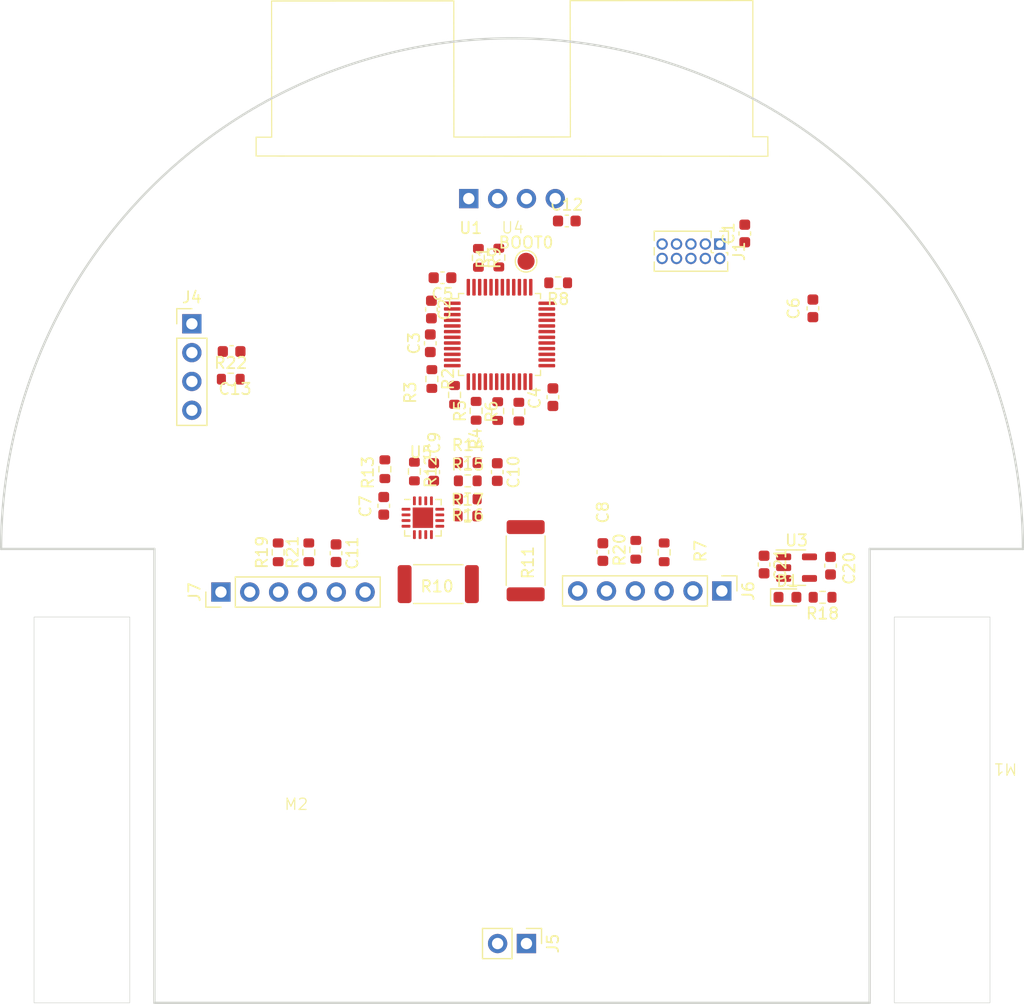
<source format=kicad_pcb>
(kicad_pcb (version 20221018) (generator pcbnew)
  (layers (0 "F.Cu" signal) (31 "B.Cu" signal) (34 "B.Paste" user) (35 "F.Paste" user) (36 "B.SilkS" user "B.Silkscreen") (37 "F.SilkS" user "F.Silkscreen") (38 "B.Mask" user) (39 "F.Mask" user) (44 "Edge.Cuts" user))
  (net 0 "")
  (net 1 "+3.3V")
  (net 2 "GND")
  (net 3 "+BATT")
  (net 4 "/motor_control/STBY\\RESET")
  (net 5 "/mcu/IN_B2")
  (net 6 "Net-(C10-Pad1)")
  (net 7 "/mcu/BOOT0")
  (net 8 "Net-(U1-PA2)")
  (net 9 "/mcu/TIM15_CH1")
  (net 10 "Net-(U1-PA3)")
  (net 11 "/mcu/TIM15_CH2")
  (net 12 "Net-(U1-PA4)")
  (net 13 "/mcu/OUT_A4")
  (net 14 "Net-(U1-PA5)")
  (net 15 "/mcu/OUT_A5")
  (net 16 "Net-(D1-A)")
  (net 17 "Net-(U1-PB0)")
  (net 18 "/mcu/OUT_B1")
  (net 19 "Net-(J4-Pin_3)")
  (net 20 "Net-(U1-PB6)")
  (net 21 "/mcu/OUT_B9")
  (net 22 "Net-(U1-PB9)")
  (net 23 "/mcu/TIM3_CH1")
  (net 24 "/mcu/TIM2_CH1")
  (net 25 "/mcu/TIM3_CH2")
  (net 26 "/mcu/TIM2_CH2")
  (net 27 "/mcu/TIM8_CH2")
  (net 28 "/external_uart/EXT_UART_RX")
  (net 34 "/mcu/~{RESET}")
  (net 46 "/mcu/SWDIO")
  (net 49 "/mcu/SWDCLK")
  (net 51 "/mcu/SWO")
  (net 56 "/motorA/MA")
  (net 57 "Net-(J6-Pin_3)")
  (net 58 "Net-(J6-Pin_4)")
  (net 59 "/motorA/MB")
  (net 60 "/motorB/MA")
  (net 61 "Net-(J7-Pin_3)")
  (net 62 "Net-(J7-Pin_4)")
  (net 63 "/motorB/MB")
  (net 64 "Net-(U5-SENSEA)")
  (net 65 "Net-(U5-SENSEB)")
  (net 66 "/motor_control/TOFF")
  (net 67 "/motor_control/REF")
  (net 68 "/external_uart/EXT_UART_TX")
  (footprint "Package_QFP:LQFP-48_7x7mm_P0.5mm" (layer "F.Cu") (at 148.9 81.1)
    (fp_text reference "U1" (at -2.54 -9.38) (layer "F.SilkS"))
    (fp_text value "STM32F030C8Tx")
    (fp_line (start -3.61 -3.61) (end -3.61 -3.16) (stroke (width 0.12)) (layer "F.SilkS"))
    (fp_line (start -3.61 -3.16) (end -4.9 -3.16) (stroke (width 0.12)) (layer "F.SilkS"))
    (fp_line (start -3.61 3.61) (end -3.61 3.16) (stroke (width 0.12)) (layer "F.SilkS"))
    (fp_line (start -3.16 -3.61) (end -3.61 -3.61) (stroke (width 0.12)) (layer "F.SilkS"))
    (fp_line (start -3.16 3.61) (end -3.61 3.61) (stroke (width 0.12)) (layer "F.SilkS"))
    (fp_line (start 3.16 -3.61) (end 3.61 -3.61) (stroke (width 0.12)) (layer "F.SilkS"))
    (fp_line (start 3.16 3.61) (end 3.61 3.61) (stroke (width 0.12)) (layer "F.SilkS"))
    (fp_line (start 3.61 -3.61) (end 3.61 -3.16) (stroke (width 0.12)) (layer "F.SilkS"))
    (fp_line (start 3.61 3.61) (end 3.61 3.16) (stroke (width 0.12)) (layer "F.SilkS"))
    (pad "1" smd roundrect (at -4.1625 -2.75) (size 1.475 0.3) (layers "F.Cu" "F.Paste" "F.Mask") (net 1 "+3.3V"))
    (pad "2" smd roundrect (at -4.1625 -2.25) (size 1.475 0.3) (layers "F.Cu" "F.Paste" "F.Mask"))
    (pad "3" smd roundrect (at -4.1625 -1.75) (size 1.475 0.3) (layers "F.Cu" "F.Paste" "F.Mask"))
    (pad "4" smd roundrect (at -4.1625 -1.25) (size 1.475 0.3) (layers "F.Cu" "F.Paste" "F.Mask"))
    (pad "5" smd roundrect (at -4.1625 -0.75) (size 1.475 0.3) (layers "F.Cu" "F.Paste" "F.Mask"))
    (pad "6" smd roundrect (at -4.1625 -0.25) (size 1.475 0.3) (layers "F.Cu" "F.Paste" "F.Mask"))
    (pad "7" smd roundrect (at -4.1625 0.25) (size 1.475 0.3) (layers "F.Cu" "F.Paste" "F.Mask") (net 34 "/mcu/~{RESET}"))
    (pad "8" smd roundrect (at -4.1625 0.75) (size 1.475 0.3) (layers "F.Cu" "F.Paste" "F.Mask") (net 2 "GND"))
    (pad "9" smd roundrect (at -4.1625 1.25) (size 1.475 0.3) (layers "F.Cu" "F.Paste" "F.Mask") (net 1 "+3.3V"))
    (pad "10" smd roundrect (at -4.1625 1.75) (size 1.475 0.3) (layers "F.Cu" "F.Paste" "F.Mask") (net 24 "/mcu/TIM2_CH1"))
    (pad "11" smd roundrect (at -4.1625 2.25) (size 1.475 0.3) (layers "F.Cu" "F.Paste" "F.Mask") (net 26 "/mcu/TIM2_CH2"))
    (pad "12" smd roundrect (at -4.1625 2.75) (size 1.475 0.3) (layers "F.Cu" "F.Paste" "F.Mask") (net 8 "Net-(U1-PA2)"))
    (pad "13" smd roundrect (at -2.75 4.1625) (size 0.3 1.475) (layers "F.Cu" "F.Paste" "F.Mask") (net 10 "Net-(U1-PA3)"))
    (pad "14" smd roundrect (at -2.25 4.1625) (size 0.3 1.475) (layers "F.Cu" "F.Paste" "F.Mask") (net 12 "Net-(U1-PA4)"))
    (pad "15" smd roundrect (at -1.75 4.1625) (size 0.3 1.475) (layers "F.Cu" "F.Paste" "F.Mask") (net 14 "Net-(U1-PA5)"))
    (pad "16" smd roundrect (at -1.25 4.1625) (size 0.3 1.475) (layers "F.Cu" "F.Paste" "F.Mask") (net 23 "/mcu/TIM3_CH1"))
    (pad "17" smd roundrect (at -0.75 4.1625) (size 0.3 1.475) (layers "F.Cu" "F.Paste" "F.Mask") (net 25 "/mcu/TIM3_CH2"))
    (pad "18" smd roundrect (at -0.25 4.1625) (size 0.3 1.475) (layers "F.Cu" "F.Paste" "F.Mask") (net 17 "Net-(U1-PB0)"))
    (pad "19" smd roundrect (at 0.25 4.1625) (size 0.3 1.475) (layers "F.Cu" "F.Paste" "F.Mask") (net 18 "/mcu/OUT_B1"))
    (pad "20" smd roundrect (at 0.75 4.1625) (size 0.3 1.475) (layers "F.Cu" "F.Paste" "F.Mask") (net 5 "/mcu/IN_B2"))
    (pad "21" smd roundrect (at 1.25 4.1625) (size 0.3 1.475) (layers "F.Cu" "F.Paste" "F.Mask"))
    (pad "22" smd roundrect (at 1.75 4.1625) (size 0.3 1.475) (layers "F.Cu" "F.Paste" "F.Mask"))
    (pad "23" smd roundrect (at 2.25 4.1625) (size 0.3 1.475) (layers "F.Cu" "F.Paste" "F.Mask") (net 2 "GND"))
    (pad "24" smd roundrect (at 2.75 4.1625) (size 0.3 1.475) (layers "F.Cu" "F.Paste" "F.Mask") (net 1 "+3.3V"))
    (pad "25" smd roundrect (at 4.1625 2.75) (size 1.475 0.3) (layers "F.Cu" "F.Paste" "F.Mask"))
    (pad "26" smd roundrect (at 4.1625 2.25) (size 1.475 0.3) (layers "F.Cu" "F.Paste" "F.Mask"))
    (pad "27" smd roundrect (at 4.1625 1.75) (size 1.475 0.3) (layers "F.Cu" "F.Paste" "F.Mask"))
    (pad "28" smd roundrect (at 4.1625 1.25) (size 1.475 0.3) (layers "F.Cu" "F.Paste" "F.Mask"))
    (pad "29" smd roundrect (at 4.1625 0.75) (size 1.475 0.3) (layers "F.Cu" "F.Paste" "F.Mask"))
    (pad "30" smd roundrect (at 4.1625 0.25) (size 1.475 0.3) (layers "F.Cu" "F.Paste" "F.Mask"))
    (pad "31" smd roundrect (at 4.1625 -0.25) (size 1.475 0.3) (layers "F.Cu" "F.Paste" "F.Mask"))
    (pad "32" smd roundrect (at 4.1625 -0.75) (size 1.475 0.3) (layers "F.Cu" "F.Paste" "F.Mask"))
    (pad "33" smd roundrect (at 4.1625 -1.25) (size 1.475 0.3) (layers "F.Cu" "F.Paste" "F.Mask"))
    (pad "34" smd roundrect (at 4.1625 -1.75) (size 1.475 0.3) (layers "F.Cu" "F.Paste" "F.Mask") (net 46 "/mcu/SWDIO"))
    (pad "35" smd roundrect (at 4.1625 -2.25) (size 1.475 0.3) (layers "F.Cu" "F.Paste" "F.Mask"))
    (pad "36" smd roundrect (at 4.1625 -2.75) (size 1.475 0.3) (layers "F.Cu" "F.Paste" "F.Mask"))
    (pad "37" smd roundrect (at 2.75 -4.1625) (size 0.3 1.475) (layers "F.Cu" "F.Paste" "F.Mask") (net 49 "/mcu/SWDCLK"))
    (pad "38" smd roundrect (at 2.25 -4.1625) (size 0.3 1.475) (layers "F.Cu" "F.Paste" "F.Mask"))
    (pad "39" smd roundrect (at 1.75 -4.1625) (size 0.3 1.475) (layers "F.Cu" "F.Paste" "F.Mask") (net 51 "/mcu/SWO"))
    (pad "40" smd roundrect (at 1.25 -4.1625) (size 0.3 1.475) (layers "F.Cu" "F.Paste" "F.Mask"))
    (pad "41" smd roundrect (at 0.75 -4.1625) (size 0.3 1.475) (layers "F.Cu" "F.Paste" "F.Mask"))
    (pad "42" smd roundrect (at 0.25 -4.1625) (size 0.3 1.475) (layers "F.Cu" "F.Paste" "F.Mask") (net 20 "Net-(U1-PB6)"))
    (pad "43" smd roundrect (at -0.25 -4.1625) (size 0.3 1.475) (layers "F.Cu" "F.Paste" "F.Mask") (net 68 "/external_uart/EXT_UART_TX"))
    (pad "44" smd roundrect (at -0.75 -4.1625) (size 0.3 1.475) (layers "F.Cu" "F.Paste" "F.Mask") (net 7 "/mcu/BOOT0"))
    (pad "45" smd roundrect (at -1.25 -4.1625) (size 0.3 1.475) (layers "F.Cu" "F.Paste" "F.Mask") (net 27 "/mcu/TIM8_CH2"))
    (pad "46" smd roundrect (at -1.75 -4.1625) (size 0.3 1.475) (layers "F.Cu" "F.Paste" "F.Mask") (net 22 "Net-(U1-PB9)"))
    (pad "47" smd roundrect (at -2.25 -4.1625) (size 0.3 1.475) (layers "F.Cu" "F.Paste" "F.Mask") (net 2 "GND"))
    (pad "48" smd roundrect (at -2.75 -4.1625) (size 0.3 1.475) (layers "F.Cu" "F.Paste" "F.Mask") (net 1 "+3.3V"))
  )
  (footprint "Resistor_SMD:R_0603_1608Metric" (layer "F.Cu") (at 146.1 92.4)
    (fp_text reference "R14" (at 0.05 -1.55) (layer "F.SilkS"))
    (fp_text value "1k")
    (fp_line (start -0.237258 -0.5225) (end 0.237258 -0.5225) (stroke (width 0.12)) (layer "F.SilkS"))
    (fp_line (start -0.237258 0.5225) (end 0.237258 0.5225) (stroke (width 0.12)) (layer "F.SilkS"))
    (pad "1" smd roundrect (at -0.825 0) (size 0.8 0.95) (layers "F.Cu" "F.Paste" "F.Mask") (net 66 "/motor_control/TOFF"))
    (pad "2" smd roundrect (at 0.825 0) (size 0.8 0.95) (layers "F.Cu" "F.Paste" "F.Mask") (net 6 "Net-(C10-Pad1)"))
  )
  (footprint "Resistor_SMD:R_0603_1608Metric" (layer "F.Cu") (at 148.8375 74.325 90)
    (fp_text reference "R1" (at 0 -1.43 90) (layer "F.SilkS"))
    (fp_text value "10k")
    (fp_line (start -0.237258 -0.5225) (end 0.237258 -0.5225) (stroke (width 0.12)) (layer "F.SilkS"))
    (fp_line (start -0.237258 0.5225) (end 0.237258 0.5225) (stroke (width 0.12)) (layer "F.SilkS"))
    (pad "1" smd roundrect (at -0.825 0 90) (size 0.8 0.95) (layers "F.Cu" "F.Paste" "F.Mask") (net 7 "/mcu/BOOT0"))
    (pad "2" smd roundrect (at 0.825 0 90) (size 0.8 0.95) (layers "F.Cu" "F.Paste" "F.Mask") (net 2 "GND"))
  )
  (footprint "minimouse:N20_with_encoder" (layer "F.Cu") (at 131 123)
    (fp_text reference "M2" (at 0 -0.5 unlocked) (layer "F.SilkS") (effects (font (thickness 0.1))))
    (fp_text value "N20_encoder")
    (fp_rect (start -23.1 -17) (end -14.67 17) (stroke (width 0.05)) (fill none) (layer "Edge.Cuts"))
    (pad "" np_thru_hole circle locked (at 0 -9) (size 1 1) (drill 2.2) (layers "F&B.Cu" "*.Mask"))
    (pad "" np_thru_hole circle locked (at 0 9) (size 1 1) (drill 2.2) (layers "F&B.Cu" "*.Mask"))
  )
  (footprint "Capacitor_SMD:C_0603_1608Metric" (layer "F.Cu") (at 178.0525 101.475 -90)
    (fp_text reference "C20" (at 0.225 -1.6475 90) (layer "F.SilkS"))
    (fp_text value "2.2uF" hide)
    (fp_line (start -0.14058 -0.51) (end 0.14058 -0.51) (stroke (width 0.12)) (layer "F.SilkS"))
    (fp_line (start -0.14058 0.51) (end 0.14058 0.51) (stroke (width 0.12)) (layer "F.SilkS"))
    (pad "1" smd roundrect (at -0.775 0 270) (size 0.9 0.95) (layers "F.Cu" "F.Paste" "F.Mask") (net 1 "+3.3V"))
    (pad "2" smd roundrect (at 0.775 0 270) (size 0.9 0.95) (layers "F.Cu" "F.Paste" "F.Mask") (net 2 "GND"))
  )
  (footprint "Resistor_SMD:R_0603_1608Metric" (layer "F.Cu") (at 138.8 92.975 -90)
    (fp_text reference "R13" (at 0.3 1.5 90) (layer "F.SilkS"))
    (fp_text value "18k")
    (fp_line (start -0.237258 -0.5225) (end 0.237258 -0.5225) (stroke (width 0.12)) (layer "F.SilkS"))
    (fp_line (start -0.237258 0.5225) (end 0.237258 0.5225) (stroke (width 0.12)) (layer "F.SilkS"))
    (pad "1" smd roundrect (at -0.825 0 270) (size 0.8 0.95) (layers "F.Cu" "F.Paste" "F.Mask") (net 1 "+3.3V"))
    (pad "2" smd roundrect (at 0.825 0 270) (size 0.8 0.95) (layers "F.Cu" "F.Paste" "F.Mask") (net 4 "/motor_control/STBY\\RESET"))
  )
  (footprint "Capacitor_SMD:C_0603_1608Metric" (layer "F.Cu") (at 172.2 101.375 -90)
    (fp_text reference "C21" (at 0 -1.43 90) (layer "F.SilkS"))
    (fp_text value "2.2uF")
    (fp_line (start -0.14058 -0.51) (end 0.14058 -0.51) (stroke (width 0.12)) (layer "F.SilkS"))
    (fp_line (start -0.14058 0.51) (end 0.14058 0.51) (stroke (width 0.12)) (layer "F.SilkS"))
    (pad "1" smd roundrect (at -0.775 0 270) (size 0.9 0.95) (layers "F.Cu" "F.Paste" "F.Mask") (net 3 "+BATT"))
    (pad "2" smd roundrect (at 0.775 0 270) (size 0.9 0.95) (layers "F.Cu" "F.Paste" "F.Mask") (net 2 "GND"))
  )
  (footprint "Resistor_SMD:R_0603_1608Metric" (layer "F.Cu") (at 146.075 97.1)
    (fp_text reference "R17" (at 0 -1.43) (layer "F.SilkS"))
    (fp_text value "10k")
    (fp_line (start -0.237258 -0.5225) (end 0.237258 -0.5225) (stroke (width 0.12)) (layer "F.SilkS"))
    (fp_line (start -0.237258 0.5225) (end 0.237258 0.5225) (stroke (width 0.12)) (layer "F.SilkS"))
    (pad "1" smd roundrect (at -0.825 0) (size 0.8 0.95) (layers "F.Cu" "F.Paste" "F.Mask") (net 67 "/motor_control/REF"))
    (pad "2" smd roundrect (at 0.825 0) (size 0.8 0.95) (layers "F.Cu" "F.Paste" "F.Mask") (net 3 "+BATT"))
  )
  (footprint "Package_DFN_QFN:VQFN-16-1EP_3x3mm_P0.5mm_EP1.8x1.8mm" (layer "F.Cu") (at 142.15 97.25)
    (fp_text reference "U5" (at -0.1625 -5.77) (layer "F.SilkS"))
    (fp_text value "STSPIN240")
    (fp_line (start -1.61 1.61) (end -1.61 1.135) (stroke (width 0.12)) (layer "F.SilkS"))
    (fp_line (start -1.135 -1.61) (end -1.61 -1.61) (stroke (width 0.12)) (layer "F.SilkS"))
    (fp_line (start -1.135 1.61) (end -1.61 1.61) (stroke (width 0.12)) (layer "F.SilkS"))
    (fp_line (start 1.135 -1.61) (end 1.61 -1.61) (stroke (width 0.12)) (layer "F.SilkS"))
    (fp_line (start 1.135 1.61) (end 1.61 1.61) (stroke (width 0.12)) (layer "F.SilkS"))
    (fp_line (start 1.61 -1.61) (end 1.61 -1.135) (stroke (width 0.12)) (layer "F.SilkS"))
    (fp_line (start 1.61 1.61) (end 1.61 1.135) (stroke (width 0.12)) (layer "F.SilkS"))
    (pad "1" smd roundrect (at -1.4875 -0.75) (size 0.775 0.25) (layers "F.Cu" "F.Paste" "F.Mask") (net 13 "/mcu/OUT_A4"))
    (pad "2" smd roundrect (at -1.4875 -0.25) (size 0.775 0.25) (layers "F.Cu" "F.Paste" "F.Mask") (net 9 "/mcu/TIM15_CH1"))
    (pad "3" smd roundrect (at -1.4875 0.25) (size 0.775 0.25) (layers "F.Cu" "F.Paste" "F.Mask") (net 60 "/motorB/MA"))
    (pad "4" smd roundrect (at -1.4875 0.75) (size 0.775 0.25) (layers "F.Cu" "F.Paste" "F.Mask") (net 64 "Net-(U5-SENSEA)"))
    (pad "5" smd roundrect (at -0.75 1.4875) (size 0.25 0.775) (layers "F.Cu" "F.Paste" "F.Mask") (net 63 "/motorB/MB"))
    (pad "6" smd roundrect (at -0.25 1.4875) (size 0.25 0.775) (layers "F.Cu" "F.Paste" "F.Mask") (net 3 "+BATT"))
    (pad "7" smd roundrect (at 0.25 1.4875) (size 0.25 0.775) (layers "F.Cu" "F.Paste" "F.Mask") (net 2 "GND"))
    (pad "8" smd roundrect (at 0.75 1.4875) (size 0.25 0.775) (layers "F.Cu" "F.Paste" "F.Mask") (net 59 "/motorA/MB"))
    (pad "9" smd roundrect (at 1.4875 0.75) (size 0.775 0.25) (layers "F.Cu" "F.Paste" "F.Mask") (net 65 "Net-(U5-SENSEB)"))
    (pad "10" smd roundrect (at 1.4875 0.25) (size 0.775 0.25) (layers "F.Cu" "F.Paste" "F.Mask") (net 56 "/motorA/MA"))
    (pad "11" smd roundrect (at 1.4875 -0.25) (size 0.775 0.25) (layers "F.Cu" "F.Paste" "F.Mask") (net 67 "/motor_control/REF"))
    (pad "12" smd roundrect (at 1.4875 -0.75) (size 0.775 0.25) (layers "F.Cu" "F.Paste" "F.Mask") (net 66 "/motor_control/TOFF"))
    (pad "13" smd roundrect (at 0.75 -1.4875) (size 0.25 0.775) (layers "F.Cu" "F.Paste" "F.Mask") (net 5 "/mcu/IN_B2"))
    (pad "14" smd roundrect (at 0.25 -1.4875) (size 0.25 0.775) (layers "F.Cu" "F.Paste" "F.Mask") (net 4 "/motor_control/STBY\\RESET"))
    (pad "15" smd roundrect (at -0.25 -1.4875) (size 0.25 0.775) (layers "F.Cu" "F.Paste" "F.Mask") (net 15 "/mcu/OUT_A5"))
    (pad "16" smd roundrect (at -0.75 -1.4875) (size 0.25 0.775) (layers "F.Cu" "F.Paste" "F.Mask") (net 11 "/mcu/TIM15_CH2"))
    (pad "17" smd rect (at 0 0) (size 1.8 1.8) (layers "F.Cu" "F.Mask") (net 2 "GND"))
  )
  (footprint "TestPoint:TestPoint_Pad_D1.5mm" (layer "F.Cu") (at 151.2375 74.65)
    (fp_text reference "BOOT0" (at 0 -1.648) (layer "F.SilkS"))
    (fp_text value "TestPoint")
    (fp_circle (center 0 0) (end 0 0.95) (stroke (width 0.12)) (fill none) (layer "F.SilkS"))
    (pad "1" smd circle (at 0 0) (size 1.5 1.5) (layers "F.Cu" "F.Mask") (net 7 "/mcu/BOOT0"))
  )
  (footprint "Resistor_SMD:R_0603_1608Metric" (layer "F.Cu") (at 146.8375 87.825 -90)
    (fp_text reference "R4" (at 2.475 0.0375 90) (layer "F.SilkS"))
    (fp_text value "100")
    (fp_line (start -0.237258 -0.5225) (end 0.237258 -0.5225) (stroke (width 0.12)) (layer "F.SilkS"))
    (fp_line (start -0.237258 0.5225) (end 0.237258 0.5225) (stroke (width 0.12)) (layer "F.SilkS"))
    (pad "1" smd roundrect (at -0.825 0 270) (size 0.8 0.95) (layers "F.Cu" "F.Paste" "F.Mask") (net 12 "Net-(U1-PA4)"))
    (pad "2" smd roundrect (at 0.825 0 270) (size 0.8 0.95) (layers "F.Cu" "F.Paste" "F.Mask") (net 13 "/mcu/OUT_A4"))
  )
  (footprint "Capacitor_SMD:C_0603_1608Metric" (layer "F.Cu") (at 153.6 86.625 -90)
    (fp_text reference "C4" (at 0.075 1.6 90) (layer "F.SilkS"))
    (fp_text value "0.1uF")
    (fp_line (start -0.14058 -0.51) (end 0.14058 -0.51) (stroke (width 0.12)) (layer "F.SilkS"))
    (fp_line (start -0.14058 0.51) (end 0.14058 0.51) (stroke (width 0.12)) (layer "F.SilkS"))
    (pad "1" smd roundrect (at -0.775 0 270) (size 0.9 0.95) (layers "F.Cu" "F.Paste" "F.Mask") (net 1 "+3.3V"))
    (pad "2" smd roundrect (at 0.775 0 270) (size 0.9 0.95) (layers "F.Cu" "F.Paste" "F.Mask") (net 2 "GND"))
  )
  (footprint "Resistor_SMD:R_0603_1608Metric" (layer "F.Cu") (at 147.0375 74.35 -90)
    (fp_text reference "R9" (at 0 -1.43 90) (layer "F.SilkS"))
    (fp_text value "100")
    (fp_line (start -0.237258 -0.5225) (end 0.237258 -0.5225) (stroke (width 0.12)) (layer "F.SilkS"))
    (fp_line (start -0.237258 0.5225) (end 0.237258 0.5225) (stroke (width 0.12)) (layer "F.SilkS"))
    (pad "1" smd roundrect (at -0.825 0 270) (size 0.8 0.95) (layers "F.Cu" "F.Paste" "F.Mask") (net 21 "/mcu/OUT_B9"))
    (pad "2" smd roundrect (at 0.825 0 270) (size 0.8 0.95) (layers "F.Cu" "F.Paste" "F.Mask") (net 22 "Net-(U1-PB9)"))
  )
  (footprint "minimouse:HC-SR04" (layer "F.Cu") (at 150 69.125)
    (fp_text reference "U4" (at 0.06 2.57 unlocked) (layer "F.SilkS") (effects (font (thickness 0.1))))
    (fp_text value "HC-SR04")
    (fp_line (start -22.54 -5.41) (end -22.54 -3.75) (stroke (width 0.1)) (layer "F.SilkS"))
    (fp_line (start -22.54 -3.75) (end 22.54 -3.73) (stroke (width 0.1)) (layer "F.SilkS"))
    (fp_line (start -21.18 -17.41) (end -21.17 -5.41) (stroke (width 0.1)) (layer "F.SilkS"))
    (fp_line (start -21.17 -5.41) (end -22.54 -5.41) (stroke (width 0.1)) (layer "F.SilkS"))
    (fp_line (start -5.13 -17.42) (end -21.18 -17.41) (stroke (width 0.1)) (layer "F.SilkS"))
    (fp_line (start -5.12 -5.42) (end -5.13 -17.42) (stroke (width 0.1)) (layer "F.SilkS"))
    (fp_line (start 5.12 -17.44) (end 5.14 -5.43) (stroke (width 0.1)) (layer "F.SilkS"))
    (fp_line (start 5.14 -5.43) (end -5.12 -5.42) (stroke (width 0.1)) (layer "F.SilkS"))
    (fp_line (start 21.21 -17.45) (end 5.12 -17.44) (stroke (width 0.1)) (layer "F.SilkS"))
    (fp_line (start 21.21 -5.45) (end 21.21 -17.45) (stroke (width 0.1)) (layer "F.SilkS"))
    (fp_line (start 22.53 -5.45) (end 21.21 -5.45) (stroke (width 0.1)) (layer "F.SilkS"))
    (fp_line (start 22.54 -3.73) (end 22.53 -5.45) (stroke (width 0.1)) (layer "F.SilkS"))
    (pad "1" thru_hole rect locked (at -3.81 0 90) (size 1.7 1.7) (drill 1) (layers "*.Cu" "*.Mask") (net 2 "GND"))
    (pad "2" thru_hole oval locked (at -1.27 0 90) (size 1.7 1.7) (drill 1) (layers "*.Cu" "*.Mask") (net 21 "/mcu/OUT_B9"))
    (pad "3" thru_hole oval locked (at 1.27 0 90) (size 1.7 1.7) (drill 1) (layers "*.Cu" "*.Mask") (net 27 "/mcu/TIM8_CH2"))
    (pad "4" thru_hole oval locked (at 3.81 0 90) (size 1.7 1.7) (drill 1) (layers "*.Cu" "*.Mask") (net 1 "+3.3V"))
  )
  (footprint "Connector_PinHeader_2.54mm:PinHeader_1x04_P2.54mm_Vertical" (layer "F.Cu") (at 121.8 80.16)
    (fp_text reference "J4" (at 0 -2.33) (layer "F.SilkS"))
    (fp_text value "Conn_01x04_Pin")
    (fp_line (start -1.33 -1.33) (end 0 -1.33) (stroke (width 0.12)) (layer "F.SilkS"))
    (fp_line (start -1.33 0) (end -1.33 -1.33) (stroke (width 0.12)) (layer "F.SilkS"))
    (fp_line (start -1.33 1.27) (end -1.33 8.95) (stroke (width 0.12)) (layer "F.SilkS"))
    (fp_line (start -1.33 1.27) (end 1.33 1.27) (stroke (width 0.12)) (layer "F.SilkS"))
    (fp_line (start -1.33 8.95) (end 1.33 8.95) (stroke (width 0.12)) (layer "F.SilkS"))
    (fp_line (start 1.33 1.27) (end 1.33 8.95) (stroke (width 0.12)) (layer "F.SilkS"))
    (pad "1" thru_hole rect (at 0 0) (size 1.7 1.7) (drill 1) (layers "*.Cu" "*.Mask") (net 2 "GND"))
    (pad "2" thru_hole oval (at 0 2.54) (size 1.7 1.7) (drill 1) (layers "*.Cu" "*.Mask") (net 3 "+BATT"))
    (pad "3" thru_hole oval (at 0 5.08) (size 1.7 1.7) (drill 1) (layers "*.Cu" "*.Mask") (net 19 "Net-(J4-Pin_3)"))
    (pad "4" thru_hole oval (at 0 7.62) (size 1.7 1.7) (drill 1) (layers "*.Cu" "*.Mask") (net 28 "/external_uart/EXT_UART_RX"))
  )
  (footprint "Capacitor_SMD:C_0603_1608Metric" (layer "F.Cu") (at 143.875 76.1 180)
    (fp_text reference "C5" (at 0 -1.43) (layer "F.SilkS"))
    (fp_text value "0.1uF")
    (fp_line (start -0.14058 -0.51) (end 0.14058 -0.51) (stroke (width 0.12)) (layer "F.SilkS"))
    (fp_line (start -0.14058 0.51) (end 0.14058 0.51) (stroke (width 0.12)) (layer "F.SilkS"))
    (pad "1" smd roundrect (at -0.775 0 180) (size 0.9 0.95) (layers "F.Cu" "F.Paste" "F.Mask") (net 1 "+3.3V"))
    (pad "2" smd roundrect (at 0.775 0 180) (size 0.9 0.95) (layers "F.Cu" "F.Paste" "F.Mask") (net 2 "GND"))
  )
  (footprint "minimouse:N20_with_encoder" (layer "F.Cu") (at 169 123 180)
    (fp_text reference "M1" (at -24.45 3.6 180 unlocked) (layer "F.SilkS") (effects (font (thickness 0.1))))
    (fp_text value "N20_encoder")
    (fp_rect (start -23.1 -17) (end -14.67 17) (stroke (width 0.05)) (fill none) (layer "Edge.Cuts"))
    (pad "" np_thru_hole circle locked (at 0 -9 180) (size 1 1) (drill 2.2) (layers "F&B.Cu" "*.Mask"))
    (pad "" np_thru_hole circle locked (at 0 9 180) (size 1 1) (drill 2.2) (layers "F&B.Cu" "*.Mask"))
  )
  (footprint "Resistor_SMD:R_0603_1608Metric" (layer "F.Cu") (at 125.225 85.04)
    (fp_text reference "R22" (at 0 -1.43) (layer "F.SilkS"))
    (fp_text value "100")
    (fp_line (start -0.237258 -0.5225) (end 0.237258 -0.5225) (stroke (width 0.12)) (layer "F.SilkS"))
    (fp_line (start -0.237258 0.5225) (end 0.237258 0.5225) (stroke (width 0.12)) (layer "F.SilkS"))
    (pad "1" smd roundrect (at -0.825 0) (size 0.8 0.95) (layers "F.Cu" "F.Paste" "F.Mask") (net 19 "Net-(J4-Pin_3)"))
    (pad "2" smd roundrect (at 0.825 0) (size 0.8 0.95) (layers "F.Cu" "F.Paste" "F.Mask") (net 68 "/external_uart/EXT_UART_TX"))
  )
  (footprint "Connector_PinHeader_2.54mm:PinHeader_1x02_P2.54mm_Vertical" (layer "F.Cu") (at 151.27 134.775 -90)
    (fp_text reference "J5" (at 0 -2.33 90) (layer "F.SilkS"))
    (fp_text value "Conn_01x02")
    (fp_line (start -1.33 -1.33) (end 0 -1.33) (stroke (width 0.12)) (layer "F.SilkS"))
    (fp_line (start -1.33 0) (end -1.33 -1.33) (stroke (width 0.12)) (layer "F.SilkS"))
    (fp_line (start -1.33 1.27) (end -1.33 3.87) (stroke (width 0.12)) (layer "F.SilkS"))
    (fp_line (start -1.33 1.27) (end 1.33 1.27) (stroke (width 0.12)) (layer "F.SilkS"))
    (fp_line (start -1.33 3.87) (end 1.33 3.87) (stroke (width 0.12)) (layer "F.SilkS"))
    (fp_line (start 1.33 1.27) (end 1.33 3.87) (stroke (width 0.12)) (layer "F.SilkS"))
    (pad "1" thru_hole rect locked (at 0 0 270) (size 1.7 1.7) (drill 1) (layers "*.Cu" "*.Mask") (net 2 "GND"))
    (pad "2" thru_hole oval locked (at 0 2.54 270) (size 1.7 1.7) (drill 1) (layers "*.Cu" "*.Mask") (net 3 "+BATT"))
  )
  (footprint "Capacitor_SMD:C_0603_1608Metric" (layer "F.Cu") (at 158 100.275 -90)
    (fp_text reference "C8" (at -3.5 0 90) (layer "F.SilkS"))
    (fp_text value "2.2uF")
    (fp_line (start -0.14058 -0.51) (end 0.14058 -0.51) (stroke (width 0.12)) (layer "F.SilkS"))
    (fp_line (start -0.14058 0.51) (end 0.14058 0.51) (stroke (width 0.12)) (layer "F.SilkS"))
    (pad "1" smd roundrect (at -0.775 0 270) (size 0.9 0.95) (layers "F.Cu" "F.Paste" "F.Mask") (net 2 "GND"))
    (pad "2" smd roundrect (at 0.775 0 270) (size 0.9 0.95) (layers "F.Cu" "F.Paste" "F.Mask") (net 3 "+BATT"))
  )
  (footprint "Capacitor_SMD:C_0603_1608Metric" (layer "F.Cu") (at 142.8 81.875 90)
    (fp_text reference "C3" (at 0 -1.43 90) (layer "F.SilkS"))
    (fp_text value "0.1uF")
    (fp_line (start -0.14058 -0.51) (end 0.14058 -0.51) (stroke (width 0.12)) (layer "F.SilkS"))
    (fp_line (start -0.14058 0.51) (end 0.14058 0.51) (stroke (width 0.12)) (layer "F.SilkS"))
    (pad "1" smd roundrect (at -0.775 0 90) (size 0.9 0.95) (layers "F.Cu" "F.Paste" "F.Mask") (net 1 "+3.3V"))
    (pad "2" smd roundrect (at 0.775 0 90) (size 0.9 0.95) (layers "F.Cu" "F.Paste" "F.Mask") (net 2 "GND"))
  )
  (footprint "Resistor_SMD:R_0603_1608Metric" (layer "F.Cu") (at 160.9 100.075 90)
    (fp_text reference "R20" (at 0 -1.43 90) (layer "F.SilkS"))
    (fp_text value "100")
    (fp_line (start -0.237258 -0.5225) (end 0.237258 -0.5225) (stroke (width 0.12)) (layer "F.SilkS"))
    (fp_line (start -0.237258 0.5225) (end 0.237258 0.5225) (stroke (width 0.12)) (layer "F.SilkS"))
    (pad "1" smd roundrect (at -0.825 0 90) (size 0.8 0.95) (layers "F.Cu" "F.Paste" "F.Mask") (net 58 "Net-(J6-Pin_4)"))
    (pad "2" smd roundrect (at 0.825 0 90) (size 0.8 0.95) (layers "F.Cu" "F.Paste" "F.Mask") (net 25 "/mcu/TIM3_CH2"))
  )
  (footprint "Resistor_SMD:R_0603_1608Metric" (layer "F.Cu") (at 146.1 94)
    (fp_text reference "R15" (at 0 -1.43) (layer "F.SilkS"))
    (fp_text value "47k")
    (fp_line (start -0.237258 -0.5225) (end 0.237258 -0.5225) (stroke (width 0.12)) (layer "F.SilkS"))
    (fp_line (start -0.237258 0.5225) (end 0.237258 0.5225) (stroke (width 0.12)) (layer "F.SilkS"))
    (pad "1" smd roundrect (at -0.825 0) (size 0.8 0.95) (layers "F.Cu" "F.Paste" "F.Mask") (net 66 "/motor_control/TOFF"))
    (pad "2" smd roundrect (at 0.825 0) (size 0.8 0.95) (layers "F.Cu" "F.Paste" "F.Mask") (net 2 "GND"))
  )
  (footprint "Resistor_SMD:R_0603_1608Metric" (layer "F.Cu") (at 154.0625 76.55 180)
    (fp_text reference "R8" (at 0 -1.43) (layer "F.SilkS"))
    (fp_text value "100")
    (fp_line (start -0.237258 -0.5225) (end 0.237258 -0.5225) (stroke (width 0.12)) (layer "F.SilkS"))
    (fp_line (start -0.237258 0.5225) (end 0.237258 0.5225) (stroke (width 0.12)) (layer "F.SilkS"))
    (pad "1" smd roundrect (at -0.825 0 180) (size 0.8 0.95) (layers "F.Cu" "F.Paste" "F.Mask") (net 28 "/external_uart/EXT_UART_RX"))
    (pad "2" smd roundrect (at 0.825 0 180) (size 0.8 0.95) (layers "F.Cu" "F.Paste" "F.Mask") (net 20 "Net-(U1-PB6)"))
  )
  (footprint "LED_SMD:LED_0603_1608Metric" (layer "F.Cu") (at 174.26 104.26)
    (fp_text reference "D1" (at 0 -1.43) (layer "F.SilkS"))
    (fp_text value "LED")
    (fp_line (start -1.485 -0.735) (end -1.485 0.735) (stroke (width 0.12)) (layer "F.SilkS"))
    (fp_line (start -1.485 0.735) (end 0.8 0.735) (stroke (width 0.12)) (layer "F.SilkS"))
    (fp_line (start 0.8 -0.735) (end -1.485 -0.735) (stroke (width 0.12)) (layer "F.SilkS"))
    (pad "1" smd roundrect (at -0.7875 0) (size 0.875 0.95) (layers "F.Cu" "F.Paste" "F.Mask") (net 2 "GND"))
    (pad "2" smd roundrect (at 0.7875 0) (size 0.875 0.95) (layers "F.Cu" "F.Paste" "F.Mask") (net 16 "Net-(D1-A)"))
  )
  (footprint "Capacitor_SMD:C_0603_1608Metric" (layer "F.Cu") (at 125.3 82.6 180)
    (fp_text reference "C13" (at -0.3 -3.3) (layer "F.SilkS"))
    (fp_text value "2.2uF")
    (fp_line (start -0.14058 -0.51) (end 0.14058 -0.51) (stroke (width 0.12)) (layer "F.SilkS"))
    (fp_line (start -0.14058 0.51) (end 0.14058 0.51) (stroke (width 0.12)) (layer "F.SilkS"))
    (pad "1" smd roundrect (at -0.775 0 180) (size 0.9 0.95) (layers "F.Cu" "F.Paste" "F.Mask") (net 2 "GND"))
    (pad "2" smd roundrect (at 0.775 0 180) (size 0.9 0.95) (layers "F.Cu" "F.Paste" "F.Mask") (net 3 "+BATT"))
  )
  (footprint "Package_TO_SOT_SMD:SOT-23-5" (layer "F.Cu") (at 175.0625 101.65)
    (fp_text reference "U3" (at 0 -2.4) (layer "F.SilkS"))
    (fp_text value "LP5907MFX-1.2")
    (fp_line (start 0 -1.56) (end -1.8 -1.56) (stroke (width 0.12)) (layer "F.SilkS"))
    (fp_line (start 0 -1.56) (end 0.8 -1.56) (stroke (width 0.12)) (layer "F.SilkS"))
    (fp_line (start 0 1.56) (end -0.8 1.56) (stroke (width 0.12)) (layer "F.SilkS"))
    (fp_line (start 0 1.56) (end 0.8 1.56) (stroke (width 0.12)) (layer "F.SilkS"))
    (pad "1" smd roundrect (at -1.1375 -0.95) (size 1.325 0.6) (layers "F.Cu" "F.Paste" "F.Mask") (net 3 "+BATT"))
    (pad "2" smd roundrect (at -1.1375 0) (size 1.325 0.6) (layers "F.Cu" "F.Paste" "F.Mask") (net 2 "GND"))
    (pad "3" smd roundrect (at -1.1375 0.95) (size 1.325 0.6) (layers "F.Cu" "F.Paste" "F.Mask") (net 3 "+BATT"))
    (pad "4" smd roundrect (at 1.1375 0.95) (size 1.325 0.6) (layers "F.Cu" "F.Paste" "F.Mask"))
    (pad "5" smd roundrect (at 1.1375 -0.95) (size 1.325 0.6) (layers "F.Cu" "F.Paste" "F.Mask") (net 1 "+3.3V"))
  )
  (footprint "Resistor_SMD:R_0603_1608Metric" (layer "F.Cu") (at 163.4 100.3 90)
    (fp_text reference "R7" (at 0.105 3.2 90) (layer "F.SilkS"))
    (fp_text value "100")
    (fp_line (start -0.237258 -0.5225) (end 0.237258 -0.5225) (stroke (width 0.12)) (layer "F.SilkS"))
    (fp_line (start -0.237258 0.5225) (end 0.237258 0.5225) (stroke (width 0.12)) (layer "F.SilkS"))
    (pad "1" smd roundrect (at -0.825 0 90) (size 0.8 0.95) (layers "F.Cu" "F.Paste" "F.Mask") (net 57 "Net-(J6-Pin_3)"))
    (pad "2" smd roundrect (at 0.825 0 90) (size 0.8 0.95) (layers "F.Cu" "F.Paste" "F.Mask") (net 23 "/mcu/TIM3_CH1"))
  )
  (footprint "Resistor_SMD:R_0603_1608Metric" (layer "F.Cu") (at 142.9375 85.025 -90)
    (fp_text reference "R2" (at 0 -1.43 90) (layer "F.SilkS"))
    (fp_text value "100")
    (fp_line (start -0.237258 -0.5225) (end 0.237258 -0.5225) (stroke (width 0.12)) (layer "F.SilkS"))
    (fp_line (start -0.237258 0.5225) (end 0.237258 0.5225) (stroke (width 0.12)) (layer "F.SilkS"))
    (pad "1" smd roundrect (at -0.825 0 270) (size 0.8 0.95) (layers "F.Cu" "F.Paste" "F.Mask") (net 8 "Net-(U1-PA2)"))
    (pad "2" smd roundrect (at 0.825 0 270) (size 0.8 0.95) (layers "F.Cu" "F.Paste" "F.Mask") (net 9 "/mcu/TIM15_CH1"))
  )
  (footprint "Resistor_SMD:R_0603_1608Metric" (layer "F.Cu") (at 141.4 93.175 -90)
    (fp_text reference "R12" (at 0 -1.43 90) (layer "F.SilkS"))
    (fp_text value "10k")
    (fp_line (start -0.237258 -0.5225) (end 0.237258 -0.5225) (stroke (width 0.12)) (layer "F.SilkS"))
    (fp_line (start -0.237258 0.5225) (end 0.237258 0.5225) (stroke (width 0.12)) (layer "F.SilkS"))
    (pad "1" smd roundrect (at -0.825 0 270) (size 0.8 0.95) (layers "F.Cu" "F.Paste" "F.Mask") (net 18 "/mcu/OUT_B1"))
    (pad "2" smd roundrect (at 0.825 0 270) (size 0.8 0.95) (layers "F.Cu" "F.Paste" "F.Mask") (net 5 "/mcu/IN_B2"))
  )
  (footprint "Resistor_SMD:R_0603_1608Metric" (layer "F.Cu") (at 144.9375 86.425 -90)
    (fp_text reference "R3" (at -0.2 3.9 90) (layer "F.SilkS"))
    (fp_text value "100")
    (fp_line (start -0.237258 -0.5225) (end 0.237258 -0.5225) (stroke (width 0.12)) (layer "F.SilkS"))
    (fp_line (start -0.237258 0.5225) (end 0.237258 0.5225) (stroke (width 0.12)) (layer "F.SilkS"))
    (pad "1" smd roundrect (at -0.825 0 270) (size 0.8 0.95) (layers "F.Cu" "F.Paste" "F.Mask") (net 10 "Net-(U1-PA3)"))
    (pad "2" smd roundrect (at 0.825 0 270) (size 0.8 0.95) (layers "F.Cu" "F.Paste" "F.Mask") (net 11 "/mcu/TIM15_CH2"))
  )
  (footprint "Capacitor_SMD:C_0603_1608Metric" (layer "F.Cu") (at 143.1 93.225 90)
    (fp_text reference "C9" (at 2.575 0.05 90) (layer "F.SilkS"))
    (fp_text value "1nF")
    (fp_line (start -0.14058 -0.51) (end 0.14058 -0.51) (stroke (width 0.12)) (layer "F.SilkS"))
    (fp_line (start -0.14058 0.51) (end 0.14058 0.51) (stroke (width 0.12)) (layer "F.SilkS"))
    (pad "1" smd roundrect (at -0.775 0 90) (size 0.9 0.95) (layers "F.Cu" "F.Paste" "F.Mask") (net 5 "/mcu/IN_B2"))
    (pad "2" smd roundrect (at 0.775 0 90) (size 0.9 0.95) (layers "F.Cu" "F.Paste" "F.Mask") (net 2 "GND"))
  )
  (footprint "Resistor_SMD:R_0603_1608Metric" (layer "F.Cu") (at 132.1 100.3 90)
    (fp_text reference "R21" (at 0 -1.43 90) (layer "F.SilkS"))
    (fp_text value "100")
    (fp_line (start -0.237258 -0.5225) (end 0.237258 -0.5225) (stroke (width 0.12)) (layer "F.SilkS"))
    (fp_line (start -0.237258 0.5225) (end 0.237258 0.5225) (stroke (width 0.12)) (layer "F.SilkS"))
    (pad "1" smd roundrect (at -0.825 0 90) (size 0.8 0.95) (layers "F.Cu" "F.Paste" "F.Mask") (net 62 "Net-(J7-Pin_4)"))
    (pad "2" smd roundrect (at 0.825 0 90) (size 0.8 0.95) (layers "F.Cu" "F.Paste" "F.Mask") (net 26 "/mcu/TIM2_CH2"))
  )
  (footprint "Capacitor_SMD:C_0603_1608Metric" (layer "F.Cu") (at 142.9 78.9 -90)
    (fp_text reference "C2" (at 0 -1.15 90) (layer "F.SilkS"))
    (fp_text value "0.1uF")
    (fp_line (start -0.14058 -0.51) (end 0.14058 -0.51) (stroke (width 0.12)) (layer "F.SilkS"))
    (fp_line (start -0.14058 0.51) (end 0.14058 0.51) (stroke (width 0.12)) (layer "F.SilkS"))
    (pad "1" smd roundrect (at -0.775 0 270) (size 0.9 0.95) (layers "F.Cu" "F.Paste" "F.Mask") (net 1 "+3.3V"))
    (pad "2" smd roundrect (at 0.775 0 270) (size 0.9 0.95) (layers "F.Cu" "F.Paste" "F.Mask") (net 2 "GND"))
  )
  (footprint "Capacitor_SMD:C_0603_1608Metric" (layer "F.Cu") (at 170.5 72.2 90)
    (fp_text reference "C1" (at 0 -1.43 90) (layer "F.SilkS"))
    (fp_text value "2.2uF")
    (fp_line (start -0.14058 -0.51) (end 0.14058 -0.51) (stroke (width 0.12)) (layer "F.SilkS"))
    (fp_line (start -0.14058 0.51) (end 0.14058 0.51) (stroke (width 0.12)) (layer "F.SilkS"))
    (pad "1" smd roundrect (at -0.775 0 90) (size 0.9 0.95) (layers "F.Cu" "F.Paste" "F.Mask") (net 1 "+3.3V"))
    (pad "2" smd roundrect (at 0.775 0 90) (size 0.9 0.95) (layers "F.Cu" "F.Paste" "F.Mask") (net 2 "GND"))
  )
  (footprint "Resistor_SMD:R_0603_1608Metric" (layer "F.Cu") (at 148.7375 87.85 -90)
    (fp_text reference "R5" (at -0.005 3.32 90) (layer "F.SilkS"))
    (fp_text value "100")
    (fp_line (start -0.237258 -0.5225) (end 0.237258 -0.5225) (stroke (width 0.12)) (layer "F.SilkS"))
    (fp_line (start -0.237258 0.5225) (end 0.237258 0.5225) (stroke (width 0.12)) (layer "F.SilkS"))
    (pad "1" smd roundrect (at -0.825 0 270) (size 0.8 0.95) (layers "F.Cu" "F.Paste" "F.Mask") (net 14 "Net-(U1-PA5)"))
    (pad "2" smd roundrect (at 0.825 0 270) (size 0.8 0.95) (layers "F.Cu" "F.Paste" "F.Mask") (net 15 "/mcu/OUT_A5"))
  )
  (footprint "Connector_PinHeader_1.27mm:PinHeader_2x05_P1.27mm_Vertical" (layer "F.Cu") (at 168.3 73.13 -90)
    (fp_text reference "J1" (at 0.635 -1.695 90) (layer "F.SilkS"))
    (fp_text value "Conn_ARM_JTAG_SWD_10")
    (fp_line (start -1.13 -0.76) (end 0 -0.76) (stroke (width 0.12)) (layer "F.SilkS"))
    (fp_line (start -1.13 0) (end -1.13 -0.76) (stroke (width 0.12)) (layer "F.SilkS"))
    (fp_line (start -1.13 0.76) (end -1.13 5.775) (stroke (width 0.12)) (layer "F.SilkS"))
    (fp_line (start -1.13 0.76) (end -0.563471 0.76) (stroke (width 0.12)) (layer "F.SilkS"))
    (fp_line (start -1.13 5.775) (end -0.30753 5.775) (stroke (width 0.12)) (layer "F.SilkS"))
    (fp_line (start 0.30753 5.775) (end 0.96247 5.775) (stroke (width 0.12)) (layer "F.SilkS"))
    (fp_line (start 0.563471 0.76) (end 0.706529 0.76) (stroke (width 0.12)) (layer "F.SilkS"))
    (fp_line (start 0.76 -0.695) (end 0.96247 -0.695) (stroke (width 0.12)) (layer "F.SilkS"))
    (fp_line (start 0.76 -0.563471) (end 0.76 -0.695) (stroke (width 0.12)) (layer "F.SilkS"))
    (fp_line (start 0.76 0.706529) (end 0.76 0.563471) (stroke (width 0.12)) (layer "F.SilkS"))
    (fp_line (start 1.57753 -0.695) (end 2.4 -0.695) (stroke (width 0.12)) (layer "F.SilkS"))
    (fp_line (start 1.57753 5.775) (end 2.4 5.775) (stroke (width 0.12)) (layer "F.SilkS"))
    (fp_line (start 2.4 -0.695) (end 2.4 5.775) (stroke (width 0.12)) (layer "F.SilkS"))
    (pad "1" thru_hole rect (at 0 0 270) (size 1 1) (drill 0.65) (layers "*.Cu" "*.Mask") (net 1 "+3.3V"))
    (pad "2" thru_hole oval (at 1.27 0 270) (size 1 1) (drill 0.65) (layers "*.Cu" "*.Mask") (net 46 "/mcu/SWDIO"))
    (pad "3" thru_hole oval (at 0 1.27 270) (size 1 1) (drill 0.65) (layers "*.Cu" "*.Mask") (net 2 "GND"))
    (pad "4" thru_hole oval (at 1.27 1.27 270) (size 1 1) (drill 0.65) (layers "*.Cu" "*.Mask") (net 49 "/mcu/SWDCLK"))
    (pad "5" thru_hole oval (at 0 2.54 270) (size 1 1) (drill 0.65) (layers "*.Cu" "*.Mask") (net 2 "GND"))
    (pad "6" thru_hole oval (at 1.27 2.54 270) (size 1 1) (drill 0.65) (layers "*.Cu" "*.Mask") (net 51 "/mcu/SWO"))
    (pad "7" thru_hole oval (at 0 3.81 270) (size 1 1) (drill 0.65) (layers "*.Cu" "*.Mask"))
    (pad "8" thru_hole oval (at 1.27 3.81 270) (size 1 1) (drill 0.65) (layers "*.Cu" "*.Mask"))
    (pad "9" thru_hole oval (at 0 5.08 270) (size 1 1) (drill 0.65) (layers "*.Cu" "*.Mask") (net 2 "GND"))
    (pad "10" thru_hole oval (at 1.27 5.08 270) (size 1 1) (drill 0.65) (layers "*.Cu" "*.Mask") (net 34 "/mcu/~{RESET}"))
  )
  (footprint "Resistor_SMD:R_2512_6332Metric" (layer "F.Cu") (at 151.2 101.0375 -90)
    (fp_text reference "R11" (at 0.1625 -0.2 90) (layer "F.SilkS"))
    (fp_text value "330m")
    (fp_line (start -2.177064 -1.71) (end 2.177064 -1.71) (stroke (width 0.12)) (layer "F.SilkS"))
    (fp_line (start -2.177064 1.71) (end 2.177064 1.71) (stroke (width 0.12)) (layer "F.SilkS"))
    (pad "1" smd roundrect (at -2.9625 0 270) (size 1.225 3.35) (layers "F.Cu" "F.Paste" "F.Mask") (roundrect_rratio 0.204082) (net 65 "Net-(U5-SENSEB)"))
    (pad "2" smd roundrect (at 2.9625 0 270) (size 1.225 3.35) (layers "F.Cu" "F.Paste" "F.Mask") (roundrect_rratio 0.204082) (net 2 "GND"))
  )
  (footprint "Capacitor_SMD:C_0603_1608Metric" (layer "F.Cu") (at 176.5 78.8 -90)
    (fp_text reference "C6" (at 0 1.7 90) (layer "F.SilkS"))
    (fp_text value "2.2uF")
    (fp_line (start -0.14058 -0.51) (end 0.14058 -0.51) (stroke (width 0.12)) (layer "F.SilkS"))
    (fp_line (start -0.14058 0.51) (end 0.14058 0.51) (stroke (width 0.12)) (layer "F.SilkS"))
    (pad "1" smd roundrect (at -0.775 0 270) (size 0.9 0.95) (layers "F.Cu" "F.Paste" "F.Mask") (net 1 "+3.3V"))
    (pad "2" smd roundrect (at 0.775 0 270) (size 0.9 0.95) (layers "F.Cu" "F.Paste" "F.Mask") (net 2 "GND"))
  )
  (footprint "Connector_PinHeader_2.54mm:PinHeader_1x06_P2.54mm_Vertical" (layer "F.Cu") (at 168.48 103.7 -90)
    (fp_text reference "J6" (at 0 -2.33 90) (layer "F.SilkS"))
    (fp_text value "Conn_01x06")
    (fp_line (start -1.33 -1.33) (end 0 -1.33) (stroke (width 0.12)) (layer "F.SilkS"))
    (fp_line (start -1.33 0) (end -1.33 -1.33) (stroke (width 0.12)) (layer "F.SilkS"))
    (fp_line (start -1.33 1.27) (end -1.33 14.03) (stroke (width 0.12)) (layer "F.SilkS"))
    (fp_line (start -1.33 1.27) (end 1.33 1.27) (stroke (width 0.12)) (layer "F.SilkS"))
    (fp_line (start -1.33 14.03) (end 1.33 14.03) (stroke (width 0.12)) (layer "F.SilkS"))
    (fp_line (start 1.33 1.27) (end 1.33 14.03) (stroke (width 0.12)) (layer "F.SilkS"))
    (pad "1" thru_hole rect (at 0 0 270) (size 1.7 1.7) (drill 1) (layers "*.Cu" "*.Mask") (net 56 "/motorA/MA"))
    (pad "2" thru_hole oval (at 0 2.54 270) (size 1.7 1.7) (drill 1) (layers "*.Cu" "*.Mask") (net 2 "GND"))
    (pad "3" thru_hole oval (at 0 5.08 270) (size 1.7 1.7) (drill 1) (layers "*.Cu" "*.Mask") (net 57 "Net-(J6-Pin_3)"))
    (pad "4" thru_hole oval (at 0 7.62 270) (size 1.7 1.7) (drill 1) (layers "*.Cu" "*.Mask") (net 58 "Net-(J6-Pin_4)"))
    (pad "5" thru_hole oval (at 0 10.16 270) (size 1.7 1.7) (drill 1) (layers "*.Cu" "*.Mask") (net 3 "+BATT"))
    (pad "6" thru_hole oval (at 0 12.7 270) (size 1.7 1.7) (drill 1) (layers "*.Cu" "*.Mask") (net 59 "/motorA/MB"))
  )
  (footprint "Resistor_SMD:R_2512_6332Metric" (layer "F.Cu") (at 143.5 103.1)
    (fp_text reference "R10" (at -0.1 0.2) (layer "F.SilkS"))
    (fp_text value "330m")
    (fp_line (start -2.177064 -1.71) (end 2.177064 -1.71) (stroke (width 0.12)) (layer "F.SilkS"))
    (fp_line (start -2.177064 1.71) (end 2.177064 1.71) (stroke (width 0.12)) (layer "F.SilkS"))
    (pad "1" smd roundrect (at -2.9625 0) (size 1.225 3.35) (layers "F.Cu" "F.Paste" "F.Mask") (roundrect_rratio 0.204082) (net 64 "Net-(U5-SENSEA)"))
    (pad "2" smd roundrect (at 2.9625 0) (size 1.225 3.35) (layers "F.Cu" "F.Paste" "F.Mask") (roundrect_rratio 0.204082) (net 2 "GND"))
  )
  (footprint "Resistor_SMD:R_0603_1608Metric" (layer "F.Cu") (at 146.1 95.6 180)
    (fp_text reference "R16" (at 0 -1.43) (layer "F.SilkS"))
    (fp_text value "10k")
    (fp_line (start -0.237258 -0.5225) (end 0.237258 -0.5225) (stroke (width 0.12)) (layer "F.SilkS"))
    (fp_line (start -0.237258 0.5225) (end 0.237258 0.5225) (stroke (width 0.12)) (layer "F.SilkS"))
    (pad "1" smd roundrect (at -0.825 0 180) (size 0.8 0.95) (layers "F.Cu" "F.Paste" "F.Mask") (net 2 "GND"))
    (pad "2" smd roundrect (at 0.825 0 180) (size 0.8 0.95) (layers "F.Cu" "F.Paste" "F.Mask") (net 67 "/motor_control/REF"))
  )
  (footprint "Resistor_SMD:R_0603_1608Metric" (layer "F.Cu") (at 129.4 100.3 90)
    (fp_text reference "R19" (at 0 -1.43 90) (layer "F.SilkS"))
    (fp_text value "100")
    (fp_line (start -0.237258 -0.5225) (end 0.237258 -0.5225) (stroke (width 0.12)) (layer "F.SilkS"))
    (fp_line (start -0.237258 0.5225) (end 0.237258 0.5225) (stroke (width 0.12)) (layer "F.SilkS"))
    (pad "1" smd roundrect (at -0.825 0 90) (size 0.8 0.95) (layers "F.Cu" "F.Paste" "F.Mask") (net 61 "Net-(J7-Pin_3)"))
    (pad "2" smd roundrect (at 0.825 0 90) (size 0.8 0.95) (layers "F.Cu" "F.Paste" "F.Mask") (net 24 "/mcu/TIM2_CH1"))
  )
  (footprint "Capacitor_SMD:C_0603_1608Metric" (layer "F.Cu") (at 154.825 71.1)
    (fp_text reference "C12" (at 0 -1.43) (layer "F.SilkS"))
    (fp_text value "2.2uF")
    (fp_line (start -0.14058 -0.51) (end 0.14058 -0.51) (stroke (width 0.12)) (layer "F.SilkS"))
    (fp_line (start -0.14058 0.51) (end 0.14058 0.51) (stroke (width 0.12)) (layer "F.SilkS"))
    (pad "1" smd roundrect (at -0.775 0) (size 0.9 0.95) (layers "F.Cu" "F.Paste" "F.Mask") (net 1 "+3.3V"))
    (pad "2" smd roundrect (at 0.775 0) (size 0.9 0.95) (layers "F.Cu" "F.Paste" "F.Mask") (net 2 "GND"))
  )
  (footprint "Capacitor_SMD:C_0603_1608Metric" (layer "F.Cu") (at 138.7 96.2 -90)
    (fp_text reference "C7" (at 0.05 1.6125 90) (layer "F.SilkS"))
    (fp_text value "C")
    (fp_line (start -0.14058 -0.51) (end 0.14058 -0.51) (stroke (width 0.12)) (layer "F.SilkS"))
    (fp_line (start -0.14058 0.51) (end 0.14058 0.51) (stroke (width 0.12)) (layer "F.SilkS"))
    (pad "1" smd roundrect (at -0.775 0 270) (size 0.9 0.95) (layers "F.Cu" "F.Paste" "F.Mask") (net 4 "/motor_control/STBY\\RESET"))
    (pad "2" smd roundrect (at 0.775 0 270) (size 0.9 0.95) (layers "F.Cu" "F.Paste" "F.Mask") (net 2 "GND"))
  )
  (footprint "Capacitor_SMD:C_0603_1608Metric" (layer "F.Cu") (at 134.5 100.375 -90)
    (fp_text reference "C11" (at 0 -1.43 90) (layer "F.SilkS"))
    (fp_text value "2.2uF")
    (fp_line (start -0.14058 -0.51) (end 0.14058 -0.51) (stroke (width 0.12)) (layer "F.SilkS"))
    (fp_line (start -0.14058 0.51) (end 0.14058 0.51) (stroke (width 0.12)) (layer "F.SilkS"))
    (pad "1" smd roundrect (at -0.775 0 270) (size 0.9 0.95) (layers "F.Cu" "F.Paste" "F.Mask") (net 2 "GND"))
    (pad "2" smd roundrect (at 0.775 0 270) (size 0.9 0.95) (layers "F.Cu" "F.Paste" "F.Mask") (net 3 "+BATT"))
  )
  (footprint "Capacitor_SMD:C_0603_1608Metric" (layer "F.Cu") (at 148.7 93.225 -90)
    (fp_text reference "C10" (at 0 -1.43 90) (layer "F.SilkS"))
    (fp_text value "22nF")
    (fp_line (start -0.14058 -0.51) (end 0.14058 -0.51) (stroke (width 0.12)) (layer "F.SilkS"))
    (fp_line (start -0.14058 0.51) (end 0.14058 0.51) (stroke (width 0.12)) (layer "F.SilkS"))
    (pad "1" smd roundrect (at -0.775 0 270) (size 0.9 0.95) (layers "F.Cu" "F.Paste" "F.Mask") (net 6 "Net-(C10-Pad1)"))
    (pad "2" smd roundrect (at 0.775 0 270) (size 0.9 0.95) (layers "F.Cu" "F.Paste" "F.Mask") (net 2 "GND"))
  )
  (footprint "Connector_PinHeader_2.54mm:PinHeader_1x06_P2.54mm_Vertical" (layer "F.Cu") (at 124.36 103.8 90)
    (fp_text reference "J7" (at 0 -2.33 90) (layer "F.SilkS"))
    (fp_text value "Conn_01x06")
    (fp_line (start -1.33 -1.33) (end 0 -1.33) (stroke (width 0.12)) (layer "F.SilkS"))
    (fp_line (start -1.33 0) (end -1.33 -1.33) (stroke (width 0.12)) (layer "F.SilkS"))
    (fp_line (start -1.33 1.27) (end -1.33 14.03) (stroke (width 0.12)) (layer "F.SilkS"))
    (fp_line (start -1.33 1.27) (end 1.33 1.27) (stroke (width 0.12)) (layer "F.SilkS"))
    (fp_line (start -1.33 14.03) (end 1.33 14.03) (stroke (width 0.12)) (layer "F.SilkS"))
    (fp_line (start 1.33 1.27) (end 1.33 14.03) (stroke (width 0.12)) (layer "F.SilkS"))
    (pad "1" thru_hole rect (at 0 0 90) (size 1.7 1.7) (drill 1) (layers "*.Cu" "*.Mask") (net 60 "/motorB/MA"))
    (pad "2" thru_hole oval (at 0 2.54 90) (size 1.7 1.7) (drill 1) (layers "*.Cu" "*.Mask") (net 2 "GND"))
    (pad "3" thru_hole oval (at 0 5.08 90) (size 1.7 1.7) (drill 1) (layers "*.Cu" "*.Mask") (net 61 "Net-(J7-Pin_3)"))
    (pad "4" thru_hole oval (at 0 7.62 90) (size 1.7 1.7) (drill 1) (layers "*.Cu" "*.Mask") (net 62 "Net-(J7-Pin_4)"))
    (pad "5" thru_hole oval (at 0 10.16 90) (size 1.7 1.7) (drill 1) (layers "*.Cu" "*.Mask") (net 3 "+BATT"))
    (pad "6" thru_hole oval (at 0 12.7 90) (size 1.7 1.7) (drill 1) (layers "*.Cu" "*.Mask") (net 63 "/motorB/MB"))
  )
  (footprint "Resistor_SMD:R_0603_1608Metric" (layer "F.Cu") (at 177.3525 104.26 180)
    (fp_text reference "R18" (at 0 -1.43) (layer "F.SilkS"))
    (fp_text value "330")
    (fp_line (start -0.237258 -0.5225) (end 0.237258 -0.5225) (stroke (width 0.12)) (layer "F.SilkS"))
    (fp_line (start -0.237258 0.5225) (end 0.237258 0.5225) (stroke (width 0.12)) (layer "F.SilkS"))
    (pad "1" smd roundrect (at -0.825 0 180) (size 0.8 0.95) (layers "F.Cu" "F.Paste" "F.Mask") (net 1 "+3.3V"))
    (pad "2" smd roundrect (at 0.825 0 180) (size 0.8 0.95) (layers "F.Cu" "F.Paste" "F.Mask") (net 16 "Net-(D1-A)"))
  )
  (footprint "Resistor_SMD:R_0603_1608Metric" (layer "F.Cu") (at 150.6 87.9 90)
    (fp_text reference "R6" (at 0 -2.4 90) (layer "F.SilkS"))
    (fp_text value "100")
    (fp_line (start -0.237258 -0.5225) (end 0.237258 -0.5225) (stroke (width 0.12)) (layer "F.SilkS"))
    (fp_line (start -0.237258 0.5225) (end 0.237258 0.5225) (stroke (width 0.12)) (layer "F.SilkS"))
    (pad "1" smd roundrect (at -0.825 0 90) (size 0.8 0.95) (layers "F.Cu" "F.Paste" "F.Mask") (net 4 "/motor_control/STBY\\RESET"))
    (pad "2" smd roundrect (at 0.825 0 90) (size 0.8 0.95) (layers "F.Cu" "F.Paste" "F.Mask") (net 17 "Net-(U1-PB0)"))
  )
  (gr_arc (start 105 100) (mid 150 55) (end 195 100) (stroke (width 0.2)) (layer "Edge.Cuts"))
  (gr_line (start 181.5 140) (end 118.5 140) (stroke (width 0.2)) (layer "Edge.Cuts"))
  (gr_line (start 118.5 100) (end 105 100) (stroke (width 0.2)) (layer "Edge.Cuts"))
  (gr_line (start 181.5 100) (end 181.5 140) (stroke (width 0.2)) (layer "Edge.Cuts"))
  (gr_line (start 195 100) (end 181.5 100) (stroke (width 0.2)) (layer "Edge.Cuts"))
  (gr_line (start 118.5 140) (end 118.5 100) (stroke (width 0.2)) (layer "Edge.Cuts"))
)
</source>
